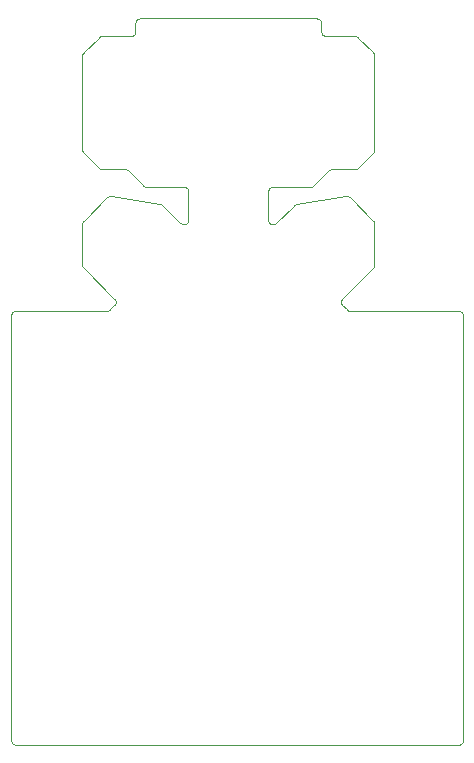
<source format=gm1>
G75*
G70*
%OFA0B0*%
%FSLAX24Y24*%
%IPPOS*%
%LPD*%
%AMOC8*
5,1,8,0,0,1.08239X$1,22.5*
%
%ADD10C,0.0000*%
D10*
X000180Y000337D02*
X000180Y014491D01*
X000182Y014513D01*
X000186Y014535D01*
X000194Y014556D01*
X000205Y014576D01*
X000218Y014594D01*
X000234Y014610D01*
X000252Y014623D01*
X000272Y014634D01*
X000293Y014642D01*
X000315Y014646D01*
X000337Y014648D01*
X000337Y014649D02*
X003363Y014649D01*
X003474Y014695D02*
X003612Y014832D01*
X003612Y014833D02*
X003627Y014850D01*
X003639Y014869D01*
X003648Y014889D01*
X003654Y014911D01*
X003658Y014933D01*
X003658Y014955D01*
X003654Y014977D01*
X003648Y014999D01*
X003639Y015019D01*
X003627Y015038D01*
X003612Y015055D01*
X002588Y016079D01*
X002542Y016190D02*
X002542Y017536D01*
X002588Y017647D02*
X003371Y018430D01*
X003508Y018474D02*
X005150Y018200D01*
X005235Y018156D02*
X005817Y017575D01*
X005836Y017559D01*
X005857Y017546D01*
X005879Y017537D01*
X005903Y017531D01*
X005928Y017529D01*
X005953Y017531D01*
X005977Y017537D01*
X005999Y017546D01*
X006020Y017559D01*
X006039Y017575D01*
X006055Y017594D01*
X006068Y017615D01*
X006077Y017637D01*
X006083Y017661D01*
X006085Y017686D01*
X006086Y017686D02*
X006086Y018625D01*
X006085Y018625D02*
X006083Y018647D01*
X006079Y018669D01*
X006071Y018690D01*
X006060Y018710D01*
X006047Y018728D01*
X006031Y018744D01*
X006013Y018757D01*
X005993Y018768D01*
X005972Y018776D01*
X005950Y018780D01*
X005928Y018782D01*
X004674Y018782D01*
X004563Y018828D02*
X004065Y019327D01*
X003953Y019373D02*
X003198Y019373D01*
X003087Y019419D02*
X002588Y019917D01*
X002542Y020029D02*
X002542Y023146D01*
X002588Y023258D02*
X003087Y023756D01*
X003198Y023802D02*
X004156Y023802D01*
X004156Y023803D02*
X004178Y023805D01*
X004200Y023809D01*
X004221Y023817D01*
X004241Y023828D01*
X004259Y023841D01*
X004275Y023857D01*
X004288Y023875D01*
X004299Y023895D01*
X004307Y023916D01*
X004311Y023938D01*
X004313Y023960D01*
X004314Y023960D02*
X004314Y024235D01*
X004316Y024257D01*
X004320Y024279D01*
X004328Y024300D01*
X004339Y024320D01*
X004352Y024338D01*
X004368Y024354D01*
X004386Y024367D01*
X004406Y024378D01*
X004427Y024386D01*
X004449Y024390D01*
X004471Y024392D01*
X004471Y024393D02*
X010357Y024393D01*
X010357Y024392D02*
X010379Y024390D01*
X010401Y024386D01*
X010422Y024378D01*
X010442Y024367D01*
X010460Y024354D01*
X010476Y024338D01*
X010489Y024320D01*
X010500Y024300D01*
X010508Y024279D01*
X010512Y024257D01*
X010514Y024235D01*
X010515Y024235D02*
X010515Y023960D01*
X010517Y023938D01*
X010521Y023916D01*
X010529Y023895D01*
X010540Y023875D01*
X010553Y023857D01*
X010569Y023841D01*
X010587Y023828D01*
X010607Y023817D01*
X010628Y023809D01*
X010650Y023805D01*
X010672Y023803D01*
X010672Y023802D02*
X011631Y023802D01*
X011742Y023756D02*
X012240Y023258D01*
X012286Y023146D02*
X012286Y020029D01*
X012240Y019917D02*
X011742Y019419D01*
X011631Y019373D02*
X010875Y019373D01*
X010764Y019327D02*
X010265Y018828D01*
X010154Y018782D02*
X008900Y018782D01*
X008878Y018780D01*
X008856Y018776D01*
X008835Y018768D01*
X008815Y018757D01*
X008797Y018744D01*
X008781Y018728D01*
X008768Y018710D01*
X008757Y018690D01*
X008749Y018669D01*
X008745Y018647D01*
X008743Y018625D01*
X008743Y017686D01*
X008745Y017663D01*
X008750Y017640D01*
X008758Y017619D01*
X008769Y017599D01*
X008784Y017581D01*
X008800Y017565D01*
X008819Y017551D01*
X008840Y017541D01*
X008862Y017534D01*
X008885Y017530D01*
X008908Y017529D01*
X008931Y017532D01*
X008953Y017538D01*
X008974Y017548D01*
X008994Y017560D01*
X009011Y017575D01*
X009012Y017575D02*
X009593Y018156D01*
X009679Y018200D02*
X011321Y018474D01*
X011458Y018430D02*
X012240Y017647D01*
X012286Y017536D02*
X012286Y016190D01*
X012240Y016079D02*
X011217Y015055D01*
X011202Y015038D01*
X011190Y015019D01*
X011181Y014999D01*
X011175Y014977D01*
X011171Y014955D01*
X011171Y014933D01*
X011175Y014911D01*
X011181Y014889D01*
X011190Y014869D01*
X011202Y014850D01*
X011217Y014833D01*
X011217Y014832D02*
X011354Y014695D01*
X011466Y014649D02*
X015082Y014649D01*
X015082Y014648D02*
X015104Y014646D01*
X015126Y014642D01*
X015147Y014634D01*
X015167Y014623D01*
X015185Y014610D01*
X015201Y014594D01*
X015214Y014576D01*
X015225Y014556D01*
X015233Y014535D01*
X015237Y014513D01*
X015239Y014491D01*
X015239Y000337D01*
X015237Y000315D01*
X015233Y000293D01*
X015225Y000272D01*
X015214Y000252D01*
X015201Y000234D01*
X015185Y000218D01*
X015167Y000205D01*
X015147Y000194D01*
X015126Y000186D01*
X015104Y000182D01*
X015082Y000180D01*
X000337Y000180D01*
X000315Y000182D01*
X000293Y000186D01*
X000272Y000194D01*
X000252Y000205D01*
X000234Y000218D01*
X000218Y000234D01*
X000205Y000252D01*
X000194Y000272D01*
X000186Y000293D01*
X000182Y000315D01*
X000180Y000337D01*
X003363Y014649D02*
X003388Y014651D01*
X003412Y014657D01*
X003434Y014666D01*
X003455Y014679D01*
X003474Y014695D01*
X002589Y016079D02*
X002573Y016098D01*
X002560Y016119D01*
X002551Y016141D01*
X002545Y016165D01*
X002543Y016190D01*
X002543Y017536D02*
X002545Y017561D01*
X002551Y017585D01*
X002560Y017607D01*
X002573Y017628D01*
X002589Y017647D01*
X003371Y018429D02*
X003387Y018443D01*
X003405Y018455D01*
X003424Y018464D01*
X003444Y018470D01*
X003465Y018474D01*
X003487Y018475D01*
X003508Y018473D01*
X003953Y019372D02*
X003978Y019370D01*
X004002Y019364D01*
X004024Y019355D01*
X004045Y019342D01*
X004064Y019326D01*
X004563Y018829D02*
X004582Y018813D01*
X004603Y018800D01*
X004625Y018791D01*
X004649Y018785D01*
X004674Y018783D01*
X005150Y018200D02*
X005173Y018194D01*
X005196Y018185D01*
X005217Y018172D01*
X005235Y018156D01*
X003198Y019373D02*
X003173Y019375D01*
X003149Y019381D01*
X003127Y019390D01*
X003106Y019403D01*
X003087Y019419D01*
X002589Y019918D02*
X002573Y019937D01*
X002560Y019958D01*
X002551Y019980D01*
X002545Y020004D01*
X002543Y020029D01*
X002543Y023146D02*
X002545Y023171D01*
X002551Y023195D01*
X002560Y023217D01*
X002573Y023238D01*
X002589Y023257D01*
X003087Y023756D02*
X003106Y023772D01*
X003127Y023785D01*
X003149Y023794D01*
X003173Y023800D01*
X003198Y023802D01*
X009593Y018156D02*
X009611Y018172D01*
X009632Y018185D01*
X009655Y018194D01*
X009678Y018200D01*
X010154Y018783D02*
X010179Y018785D01*
X010203Y018791D01*
X010225Y018800D01*
X010246Y018813D01*
X010265Y018829D01*
X010764Y019326D02*
X010783Y019342D01*
X010804Y019355D01*
X010826Y019364D01*
X010850Y019370D01*
X010875Y019372D01*
X011320Y018473D02*
X011341Y018475D01*
X011363Y018474D01*
X011384Y018470D01*
X011404Y018464D01*
X011423Y018455D01*
X011441Y018443D01*
X011457Y018429D01*
X011631Y019373D02*
X011656Y019375D01*
X011680Y019381D01*
X011702Y019390D01*
X011723Y019403D01*
X011742Y019419D01*
X012240Y019918D02*
X012256Y019937D01*
X012269Y019958D01*
X012278Y019980D01*
X012284Y020004D01*
X012286Y020029D01*
X012240Y017647D02*
X012256Y017628D01*
X012269Y017607D01*
X012278Y017585D01*
X012284Y017561D01*
X012286Y017536D01*
X012286Y016190D02*
X012284Y016165D01*
X012278Y016141D01*
X012269Y016119D01*
X012256Y016098D01*
X012240Y016079D01*
X011466Y014649D02*
X011441Y014651D01*
X011417Y014657D01*
X011395Y014666D01*
X011374Y014679D01*
X011355Y014695D01*
X012286Y023146D02*
X012284Y023171D01*
X012278Y023195D01*
X012269Y023217D01*
X012256Y023238D01*
X012240Y023257D01*
X011742Y023756D02*
X011723Y023772D01*
X011702Y023785D01*
X011680Y023794D01*
X011656Y023800D01*
X011631Y023802D01*
M02*

</source>
